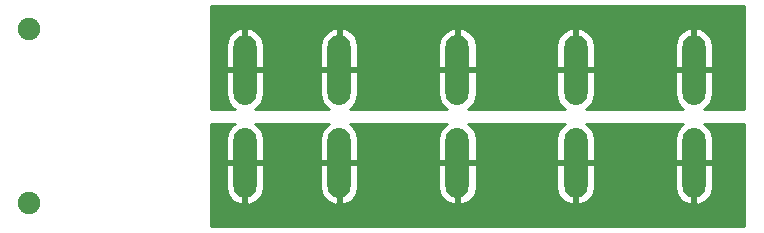
<source format=gbr>
G04 #@! TF.FileFunction,Copper,L1,Top,Signal*
%FSLAX46Y46*%
G04 Gerber Fmt 4.6, Leading zero omitted, Abs format (unit mm)*
G04 Created by KiCad (PCBNEW 4.0.6+dfsg1-1) date Thu Jun 14 22:42:19 2018*
%MOMM*%
%LPD*%
G01*
G04 APERTURE LIST*
%ADD10C,0.100000*%
%ADD11O,1.970000X5.930000*%
%ADD12C,1.900000*%
%ADD13C,0.254000*%
G04 APERTURE END LIST*
D10*
D11*
X112000000Y-80950000D03*
X112000000Y-73050000D03*
D12*
X93760000Y-84390000D03*
X93760000Y-69610000D03*
D11*
X120000000Y-80950000D03*
X120000000Y-73050000D03*
X130000000Y-80950000D03*
X130000000Y-73050000D03*
X140000000Y-80950000D03*
X140000000Y-73050000D03*
X150000000Y-80950000D03*
X150000000Y-73050000D03*
D13*
G36*
X110944290Y-77734684D02*
X110551916Y-78232720D01*
X110380000Y-78843000D01*
X110380000Y-80823000D01*
X111873000Y-80823000D01*
X111873000Y-80803000D01*
X112127000Y-80803000D01*
X112127000Y-80823000D01*
X113620000Y-80823000D01*
X113620000Y-78843000D01*
X113448084Y-78232720D01*
X113055710Y-77734684D01*
X112863564Y-77627000D01*
X119136436Y-77627000D01*
X118944290Y-77734684D01*
X118551916Y-78232720D01*
X118380000Y-78843000D01*
X118380000Y-80823000D01*
X119873000Y-80823000D01*
X119873000Y-80803000D01*
X120127000Y-80803000D01*
X120127000Y-80823000D01*
X121620000Y-80823000D01*
X121620000Y-78843000D01*
X121448084Y-78232720D01*
X121055710Y-77734684D01*
X120863564Y-77627000D01*
X129136436Y-77627000D01*
X128944290Y-77734684D01*
X128551916Y-78232720D01*
X128380000Y-78843000D01*
X128380000Y-80823000D01*
X129873000Y-80823000D01*
X129873000Y-80803000D01*
X130127000Y-80803000D01*
X130127000Y-80823000D01*
X131620000Y-80823000D01*
X131620000Y-78843000D01*
X131448084Y-78232720D01*
X131055710Y-77734684D01*
X130863564Y-77627000D01*
X139136436Y-77627000D01*
X138944290Y-77734684D01*
X138551916Y-78232720D01*
X138380000Y-78843000D01*
X138380000Y-80823000D01*
X139873000Y-80823000D01*
X139873000Y-80803000D01*
X140127000Y-80803000D01*
X140127000Y-80823000D01*
X141620000Y-80823000D01*
X141620000Y-78843000D01*
X141448084Y-78232720D01*
X141055710Y-77734684D01*
X140863564Y-77627000D01*
X149136436Y-77627000D01*
X148944290Y-77734684D01*
X148551916Y-78232720D01*
X148380000Y-78843000D01*
X148380000Y-80823000D01*
X149873000Y-80823000D01*
X149873000Y-80803000D01*
X150127000Y-80803000D01*
X150127000Y-80823000D01*
X151620000Y-80823000D01*
X151620000Y-78843000D01*
X151448084Y-78232720D01*
X151055710Y-77734684D01*
X150863564Y-77627000D01*
X154290000Y-77627000D01*
X154290000Y-86290000D01*
X109127000Y-86290000D01*
X109127000Y-81077000D01*
X110380000Y-81077000D01*
X110380000Y-83057000D01*
X110551916Y-83667280D01*
X110944290Y-84165316D01*
X111497386Y-84475286D01*
X111621920Y-84505263D01*
X111873000Y-84385721D01*
X111873000Y-81077000D01*
X112127000Y-81077000D01*
X112127000Y-84385721D01*
X112378080Y-84505263D01*
X112502614Y-84475286D01*
X113055710Y-84165316D01*
X113448084Y-83667280D01*
X113620000Y-83057000D01*
X113620000Y-81077000D01*
X118380000Y-81077000D01*
X118380000Y-83057000D01*
X118551916Y-83667280D01*
X118944290Y-84165316D01*
X119497386Y-84475286D01*
X119621920Y-84505263D01*
X119873000Y-84385721D01*
X119873000Y-81077000D01*
X120127000Y-81077000D01*
X120127000Y-84385721D01*
X120378080Y-84505263D01*
X120502614Y-84475286D01*
X121055710Y-84165316D01*
X121448084Y-83667280D01*
X121620000Y-83057000D01*
X121620000Y-81077000D01*
X128380000Y-81077000D01*
X128380000Y-83057000D01*
X128551916Y-83667280D01*
X128944290Y-84165316D01*
X129497386Y-84475286D01*
X129621920Y-84505263D01*
X129873000Y-84385721D01*
X129873000Y-81077000D01*
X130127000Y-81077000D01*
X130127000Y-84385721D01*
X130378080Y-84505263D01*
X130502614Y-84475286D01*
X131055710Y-84165316D01*
X131448084Y-83667280D01*
X131620000Y-83057000D01*
X131620000Y-81077000D01*
X138380000Y-81077000D01*
X138380000Y-83057000D01*
X138551916Y-83667280D01*
X138944290Y-84165316D01*
X139497386Y-84475286D01*
X139621920Y-84505263D01*
X139873000Y-84385721D01*
X139873000Y-81077000D01*
X140127000Y-81077000D01*
X140127000Y-84385721D01*
X140378080Y-84505263D01*
X140502614Y-84475286D01*
X141055710Y-84165316D01*
X141448084Y-83667280D01*
X141620000Y-83057000D01*
X141620000Y-81077000D01*
X148380000Y-81077000D01*
X148380000Y-83057000D01*
X148551916Y-83667280D01*
X148944290Y-84165316D01*
X149497386Y-84475286D01*
X149621920Y-84505263D01*
X149873000Y-84385721D01*
X149873000Y-81077000D01*
X150127000Y-81077000D01*
X150127000Y-84385721D01*
X150378080Y-84505263D01*
X150502614Y-84475286D01*
X151055710Y-84165316D01*
X151448084Y-83667280D01*
X151620000Y-83057000D01*
X151620000Y-81077000D01*
X150127000Y-81077000D01*
X149873000Y-81077000D01*
X148380000Y-81077000D01*
X141620000Y-81077000D01*
X140127000Y-81077000D01*
X139873000Y-81077000D01*
X138380000Y-81077000D01*
X131620000Y-81077000D01*
X130127000Y-81077000D01*
X129873000Y-81077000D01*
X128380000Y-81077000D01*
X121620000Y-81077000D01*
X120127000Y-81077000D01*
X119873000Y-81077000D01*
X118380000Y-81077000D01*
X113620000Y-81077000D01*
X112127000Y-81077000D01*
X111873000Y-81077000D01*
X110380000Y-81077000D01*
X109127000Y-81077000D01*
X109127000Y-77627000D01*
X111136436Y-77627000D01*
X110944290Y-77734684D01*
X110944290Y-77734684D01*
G37*
X110944290Y-77734684D02*
X110551916Y-78232720D01*
X110380000Y-78843000D01*
X110380000Y-80823000D01*
X111873000Y-80823000D01*
X111873000Y-80803000D01*
X112127000Y-80803000D01*
X112127000Y-80823000D01*
X113620000Y-80823000D01*
X113620000Y-78843000D01*
X113448084Y-78232720D01*
X113055710Y-77734684D01*
X112863564Y-77627000D01*
X119136436Y-77627000D01*
X118944290Y-77734684D01*
X118551916Y-78232720D01*
X118380000Y-78843000D01*
X118380000Y-80823000D01*
X119873000Y-80823000D01*
X119873000Y-80803000D01*
X120127000Y-80803000D01*
X120127000Y-80823000D01*
X121620000Y-80823000D01*
X121620000Y-78843000D01*
X121448084Y-78232720D01*
X121055710Y-77734684D01*
X120863564Y-77627000D01*
X129136436Y-77627000D01*
X128944290Y-77734684D01*
X128551916Y-78232720D01*
X128380000Y-78843000D01*
X128380000Y-80823000D01*
X129873000Y-80823000D01*
X129873000Y-80803000D01*
X130127000Y-80803000D01*
X130127000Y-80823000D01*
X131620000Y-80823000D01*
X131620000Y-78843000D01*
X131448084Y-78232720D01*
X131055710Y-77734684D01*
X130863564Y-77627000D01*
X139136436Y-77627000D01*
X138944290Y-77734684D01*
X138551916Y-78232720D01*
X138380000Y-78843000D01*
X138380000Y-80823000D01*
X139873000Y-80823000D01*
X139873000Y-80803000D01*
X140127000Y-80803000D01*
X140127000Y-80823000D01*
X141620000Y-80823000D01*
X141620000Y-78843000D01*
X141448084Y-78232720D01*
X141055710Y-77734684D01*
X140863564Y-77627000D01*
X149136436Y-77627000D01*
X148944290Y-77734684D01*
X148551916Y-78232720D01*
X148380000Y-78843000D01*
X148380000Y-80823000D01*
X149873000Y-80823000D01*
X149873000Y-80803000D01*
X150127000Y-80803000D01*
X150127000Y-80823000D01*
X151620000Y-80823000D01*
X151620000Y-78843000D01*
X151448084Y-78232720D01*
X151055710Y-77734684D01*
X150863564Y-77627000D01*
X154290000Y-77627000D01*
X154290000Y-86290000D01*
X109127000Y-86290000D01*
X109127000Y-81077000D01*
X110380000Y-81077000D01*
X110380000Y-83057000D01*
X110551916Y-83667280D01*
X110944290Y-84165316D01*
X111497386Y-84475286D01*
X111621920Y-84505263D01*
X111873000Y-84385721D01*
X111873000Y-81077000D01*
X112127000Y-81077000D01*
X112127000Y-84385721D01*
X112378080Y-84505263D01*
X112502614Y-84475286D01*
X113055710Y-84165316D01*
X113448084Y-83667280D01*
X113620000Y-83057000D01*
X113620000Y-81077000D01*
X118380000Y-81077000D01*
X118380000Y-83057000D01*
X118551916Y-83667280D01*
X118944290Y-84165316D01*
X119497386Y-84475286D01*
X119621920Y-84505263D01*
X119873000Y-84385721D01*
X119873000Y-81077000D01*
X120127000Y-81077000D01*
X120127000Y-84385721D01*
X120378080Y-84505263D01*
X120502614Y-84475286D01*
X121055710Y-84165316D01*
X121448084Y-83667280D01*
X121620000Y-83057000D01*
X121620000Y-81077000D01*
X128380000Y-81077000D01*
X128380000Y-83057000D01*
X128551916Y-83667280D01*
X128944290Y-84165316D01*
X129497386Y-84475286D01*
X129621920Y-84505263D01*
X129873000Y-84385721D01*
X129873000Y-81077000D01*
X130127000Y-81077000D01*
X130127000Y-84385721D01*
X130378080Y-84505263D01*
X130502614Y-84475286D01*
X131055710Y-84165316D01*
X131448084Y-83667280D01*
X131620000Y-83057000D01*
X131620000Y-81077000D01*
X138380000Y-81077000D01*
X138380000Y-83057000D01*
X138551916Y-83667280D01*
X138944290Y-84165316D01*
X139497386Y-84475286D01*
X139621920Y-84505263D01*
X139873000Y-84385721D01*
X139873000Y-81077000D01*
X140127000Y-81077000D01*
X140127000Y-84385721D01*
X140378080Y-84505263D01*
X140502614Y-84475286D01*
X141055710Y-84165316D01*
X141448084Y-83667280D01*
X141620000Y-83057000D01*
X141620000Y-81077000D01*
X148380000Y-81077000D01*
X148380000Y-83057000D01*
X148551916Y-83667280D01*
X148944290Y-84165316D01*
X149497386Y-84475286D01*
X149621920Y-84505263D01*
X149873000Y-84385721D01*
X149873000Y-81077000D01*
X150127000Y-81077000D01*
X150127000Y-84385721D01*
X150378080Y-84505263D01*
X150502614Y-84475286D01*
X151055710Y-84165316D01*
X151448084Y-83667280D01*
X151620000Y-83057000D01*
X151620000Y-81077000D01*
X150127000Y-81077000D01*
X149873000Y-81077000D01*
X148380000Y-81077000D01*
X141620000Y-81077000D01*
X140127000Y-81077000D01*
X139873000Y-81077000D01*
X138380000Y-81077000D01*
X131620000Y-81077000D01*
X130127000Y-81077000D01*
X129873000Y-81077000D01*
X128380000Y-81077000D01*
X121620000Y-81077000D01*
X120127000Y-81077000D01*
X119873000Y-81077000D01*
X118380000Y-81077000D01*
X113620000Y-81077000D01*
X112127000Y-81077000D01*
X111873000Y-81077000D01*
X110380000Y-81077000D01*
X109127000Y-81077000D01*
X109127000Y-77627000D01*
X111136436Y-77627000D01*
X110944290Y-77734684D01*
G36*
X154290000Y-76373000D02*
X150863564Y-76373000D01*
X151055710Y-76265316D01*
X151448084Y-75767280D01*
X151620000Y-75157000D01*
X151620000Y-73177000D01*
X150127000Y-73177000D01*
X150127000Y-73197000D01*
X149873000Y-73197000D01*
X149873000Y-73177000D01*
X148380000Y-73177000D01*
X148380000Y-75157000D01*
X148551916Y-75767280D01*
X148944290Y-76265316D01*
X149136436Y-76373000D01*
X140863564Y-76373000D01*
X141055710Y-76265316D01*
X141448084Y-75767280D01*
X141620000Y-75157000D01*
X141620000Y-73177000D01*
X140127000Y-73177000D01*
X140127000Y-73197000D01*
X139873000Y-73197000D01*
X139873000Y-73177000D01*
X138380000Y-73177000D01*
X138380000Y-75157000D01*
X138551916Y-75767280D01*
X138944290Y-76265316D01*
X139136436Y-76373000D01*
X130863564Y-76373000D01*
X131055710Y-76265316D01*
X131448084Y-75767280D01*
X131620000Y-75157000D01*
X131620000Y-73177000D01*
X130127000Y-73177000D01*
X130127000Y-73197000D01*
X129873000Y-73197000D01*
X129873000Y-73177000D01*
X128380000Y-73177000D01*
X128380000Y-75157000D01*
X128551916Y-75767280D01*
X128944290Y-76265316D01*
X129136436Y-76373000D01*
X120863564Y-76373000D01*
X121055710Y-76265316D01*
X121448084Y-75767280D01*
X121620000Y-75157000D01*
X121620000Y-73177000D01*
X120127000Y-73177000D01*
X120127000Y-73197000D01*
X119873000Y-73197000D01*
X119873000Y-73177000D01*
X118380000Y-73177000D01*
X118380000Y-75157000D01*
X118551916Y-75767280D01*
X118944290Y-76265316D01*
X119136436Y-76373000D01*
X112863564Y-76373000D01*
X113055710Y-76265316D01*
X113448084Y-75767280D01*
X113620000Y-75157000D01*
X113620000Y-73177000D01*
X112127000Y-73177000D01*
X112127000Y-73197000D01*
X111873000Y-73197000D01*
X111873000Y-73177000D01*
X110380000Y-73177000D01*
X110380000Y-75157000D01*
X110551916Y-75767280D01*
X110944290Y-76265316D01*
X111136436Y-76373000D01*
X109127000Y-76373000D01*
X109127000Y-70943000D01*
X110380000Y-70943000D01*
X110380000Y-72923000D01*
X111873000Y-72923000D01*
X111873000Y-69614279D01*
X112127000Y-69614279D01*
X112127000Y-72923000D01*
X113620000Y-72923000D01*
X113620000Y-70943000D01*
X118380000Y-70943000D01*
X118380000Y-72923000D01*
X119873000Y-72923000D01*
X119873000Y-69614279D01*
X120127000Y-69614279D01*
X120127000Y-72923000D01*
X121620000Y-72923000D01*
X121620000Y-70943000D01*
X128380000Y-70943000D01*
X128380000Y-72923000D01*
X129873000Y-72923000D01*
X129873000Y-69614279D01*
X130127000Y-69614279D01*
X130127000Y-72923000D01*
X131620000Y-72923000D01*
X131620000Y-70943000D01*
X138380000Y-70943000D01*
X138380000Y-72923000D01*
X139873000Y-72923000D01*
X139873000Y-69614279D01*
X140127000Y-69614279D01*
X140127000Y-72923000D01*
X141620000Y-72923000D01*
X141620000Y-70943000D01*
X148380000Y-70943000D01*
X148380000Y-72923000D01*
X149873000Y-72923000D01*
X149873000Y-69614279D01*
X150127000Y-69614279D01*
X150127000Y-72923000D01*
X151620000Y-72923000D01*
X151620000Y-70943000D01*
X151448084Y-70332720D01*
X151055710Y-69834684D01*
X150502614Y-69524714D01*
X150378080Y-69494737D01*
X150127000Y-69614279D01*
X149873000Y-69614279D01*
X149621920Y-69494737D01*
X149497386Y-69524714D01*
X148944290Y-69834684D01*
X148551916Y-70332720D01*
X148380000Y-70943000D01*
X141620000Y-70943000D01*
X141448084Y-70332720D01*
X141055710Y-69834684D01*
X140502614Y-69524714D01*
X140378080Y-69494737D01*
X140127000Y-69614279D01*
X139873000Y-69614279D01*
X139621920Y-69494737D01*
X139497386Y-69524714D01*
X138944290Y-69834684D01*
X138551916Y-70332720D01*
X138380000Y-70943000D01*
X131620000Y-70943000D01*
X131448084Y-70332720D01*
X131055710Y-69834684D01*
X130502614Y-69524714D01*
X130378080Y-69494737D01*
X130127000Y-69614279D01*
X129873000Y-69614279D01*
X129621920Y-69494737D01*
X129497386Y-69524714D01*
X128944290Y-69834684D01*
X128551916Y-70332720D01*
X128380000Y-70943000D01*
X121620000Y-70943000D01*
X121448084Y-70332720D01*
X121055710Y-69834684D01*
X120502614Y-69524714D01*
X120378080Y-69494737D01*
X120127000Y-69614279D01*
X119873000Y-69614279D01*
X119621920Y-69494737D01*
X119497386Y-69524714D01*
X118944290Y-69834684D01*
X118551916Y-70332720D01*
X118380000Y-70943000D01*
X113620000Y-70943000D01*
X113448084Y-70332720D01*
X113055710Y-69834684D01*
X112502614Y-69524714D01*
X112378080Y-69494737D01*
X112127000Y-69614279D01*
X111873000Y-69614279D01*
X111621920Y-69494737D01*
X111497386Y-69524714D01*
X110944290Y-69834684D01*
X110551916Y-70332720D01*
X110380000Y-70943000D01*
X109127000Y-70943000D01*
X109127000Y-67710000D01*
X154290000Y-67710000D01*
X154290000Y-76373000D01*
X154290000Y-76373000D01*
G37*
X154290000Y-76373000D02*
X150863564Y-76373000D01*
X151055710Y-76265316D01*
X151448084Y-75767280D01*
X151620000Y-75157000D01*
X151620000Y-73177000D01*
X150127000Y-73177000D01*
X150127000Y-73197000D01*
X149873000Y-73197000D01*
X149873000Y-73177000D01*
X148380000Y-73177000D01*
X148380000Y-75157000D01*
X148551916Y-75767280D01*
X148944290Y-76265316D01*
X149136436Y-76373000D01*
X140863564Y-76373000D01*
X141055710Y-76265316D01*
X141448084Y-75767280D01*
X141620000Y-75157000D01*
X141620000Y-73177000D01*
X140127000Y-73177000D01*
X140127000Y-73197000D01*
X139873000Y-73197000D01*
X139873000Y-73177000D01*
X138380000Y-73177000D01*
X138380000Y-75157000D01*
X138551916Y-75767280D01*
X138944290Y-76265316D01*
X139136436Y-76373000D01*
X130863564Y-76373000D01*
X131055710Y-76265316D01*
X131448084Y-75767280D01*
X131620000Y-75157000D01*
X131620000Y-73177000D01*
X130127000Y-73177000D01*
X130127000Y-73197000D01*
X129873000Y-73197000D01*
X129873000Y-73177000D01*
X128380000Y-73177000D01*
X128380000Y-75157000D01*
X128551916Y-75767280D01*
X128944290Y-76265316D01*
X129136436Y-76373000D01*
X120863564Y-76373000D01*
X121055710Y-76265316D01*
X121448084Y-75767280D01*
X121620000Y-75157000D01*
X121620000Y-73177000D01*
X120127000Y-73177000D01*
X120127000Y-73197000D01*
X119873000Y-73197000D01*
X119873000Y-73177000D01*
X118380000Y-73177000D01*
X118380000Y-75157000D01*
X118551916Y-75767280D01*
X118944290Y-76265316D01*
X119136436Y-76373000D01*
X112863564Y-76373000D01*
X113055710Y-76265316D01*
X113448084Y-75767280D01*
X113620000Y-75157000D01*
X113620000Y-73177000D01*
X112127000Y-73177000D01*
X112127000Y-73197000D01*
X111873000Y-73197000D01*
X111873000Y-73177000D01*
X110380000Y-73177000D01*
X110380000Y-75157000D01*
X110551916Y-75767280D01*
X110944290Y-76265316D01*
X111136436Y-76373000D01*
X109127000Y-76373000D01*
X109127000Y-70943000D01*
X110380000Y-70943000D01*
X110380000Y-72923000D01*
X111873000Y-72923000D01*
X111873000Y-69614279D01*
X112127000Y-69614279D01*
X112127000Y-72923000D01*
X113620000Y-72923000D01*
X113620000Y-70943000D01*
X118380000Y-70943000D01*
X118380000Y-72923000D01*
X119873000Y-72923000D01*
X119873000Y-69614279D01*
X120127000Y-69614279D01*
X120127000Y-72923000D01*
X121620000Y-72923000D01*
X121620000Y-70943000D01*
X128380000Y-70943000D01*
X128380000Y-72923000D01*
X129873000Y-72923000D01*
X129873000Y-69614279D01*
X130127000Y-69614279D01*
X130127000Y-72923000D01*
X131620000Y-72923000D01*
X131620000Y-70943000D01*
X138380000Y-70943000D01*
X138380000Y-72923000D01*
X139873000Y-72923000D01*
X139873000Y-69614279D01*
X140127000Y-69614279D01*
X140127000Y-72923000D01*
X141620000Y-72923000D01*
X141620000Y-70943000D01*
X148380000Y-70943000D01*
X148380000Y-72923000D01*
X149873000Y-72923000D01*
X149873000Y-69614279D01*
X150127000Y-69614279D01*
X150127000Y-72923000D01*
X151620000Y-72923000D01*
X151620000Y-70943000D01*
X151448084Y-70332720D01*
X151055710Y-69834684D01*
X150502614Y-69524714D01*
X150378080Y-69494737D01*
X150127000Y-69614279D01*
X149873000Y-69614279D01*
X149621920Y-69494737D01*
X149497386Y-69524714D01*
X148944290Y-69834684D01*
X148551916Y-70332720D01*
X148380000Y-70943000D01*
X141620000Y-70943000D01*
X141448084Y-70332720D01*
X141055710Y-69834684D01*
X140502614Y-69524714D01*
X140378080Y-69494737D01*
X140127000Y-69614279D01*
X139873000Y-69614279D01*
X139621920Y-69494737D01*
X139497386Y-69524714D01*
X138944290Y-69834684D01*
X138551916Y-70332720D01*
X138380000Y-70943000D01*
X131620000Y-70943000D01*
X131448084Y-70332720D01*
X131055710Y-69834684D01*
X130502614Y-69524714D01*
X130378080Y-69494737D01*
X130127000Y-69614279D01*
X129873000Y-69614279D01*
X129621920Y-69494737D01*
X129497386Y-69524714D01*
X128944290Y-69834684D01*
X128551916Y-70332720D01*
X128380000Y-70943000D01*
X121620000Y-70943000D01*
X121448084Y-70332720D01*
X121055710Y-69834684D01*
X120502614Y-69524714D01*
X120378080Y-69494737D01*
X120127000Y-69614279D01*
X119873000Y-69614279D01*
X119621920Y-69494737D01*
X119497386Y-69524714D01*
X118944290Y-69834684D01*
X118551916Y-70332720D01*
X118380000Y-70943000D01*
X113620000Y-70943000D01*
X113448084Y-70332720D01*
X113055710Y-69834684D01*
X112502614Y-69524714D01*
X112378080Y-69494737D01*
X112127000Y-69614279D01*
X111873000Y-69614279D01*
X111621920Y-69494737D01*
X111497386Y-69524714D01*
X110944290Y-69834684D01*
X110551916Y-70332720D01*
X110380000Y-70943000D01*
X109127000Y-70943000D01*
X109127000Y-67710000D01*
X154290000Y-67710000D01*
X154290000Y-76373000D01*
M02*

</source>
